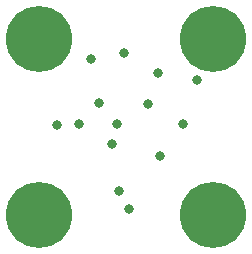
<source format=gbr>
%TF.GenerationSoftware,KiCad,Pcbnew,(6.0.6-0)*%
%TF.CreationDate,2022-09-05T22:58:31-07:00*%
%TF.ProjectId,5V converter,35562063-6f6e-4766-9572-7465722e6b69,rev?*%
%TF.SameCoordinates,Original*%
%TF.FileFunction,Soldermask,Bot*%
%TF.FilePolarity,Negative*%
%FSLAX46Y46*%
G04 Gerber Fmt 4.6, Leading zero omitted, Abs format (unit mm)*
G04 Created by KiCad (PCBNEW (6.0.6-0)) date 2022-09-05 22:58:31*
%MOMM*%
%LPD*%
G01*
G04 APERTURE LIST*
%ADD10C,5.600000*%
%ADD11C,0.800000*%
G04 APERTURE END LIST*
D10*
%TO.C,H4*%
X108051600Y-51174850D03*
%TD*%
%TO.C,H3*%
X108051600Y-66059250D03*
%TD*%
%TO.C,H2*%
X93319600Y-66059250D03*
%TD*%
%TO.C,H1*%
X93319600Y-51174850D03*
%TD*%
D11*
X106730800Y-54680050D03*
X98399600Y-56610450D03*
X97688400Y-52902050D03*
X99517200Y-60064850D03*
X94843600Y-58439250D03*
X96672400Y-58337650D03*
X105511600Y-58388450D03*
X103530400Y-61080850D03*
X100126800Y-64078050D03*
X100939600Y-65551250D03*
X99905898Y-58325605D03*
X103428800Y-54019650D03*
X102565200Y-56661250D03*
X100533200Y-52394050D03*
M02*

</source>
